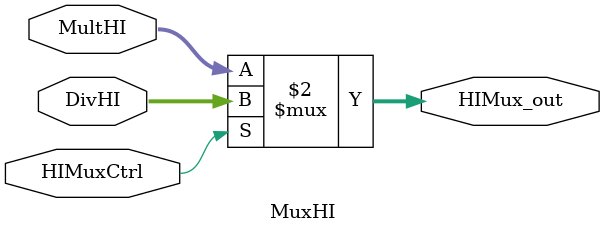
<source format=v>
module MuxHI (
  input wire HIMuxCtrl,
  input wire [31:0] MultHI,
  input wire [31:0] DivHI,
  output reg [31:0] HIMux_out
);

  always @(*) begin
    HIMux_out = (HIMuxCtrl ? DivHI : MultHI);
  end
endmodule

// 0 => MultHI
// 1 => DivHI
</source>
